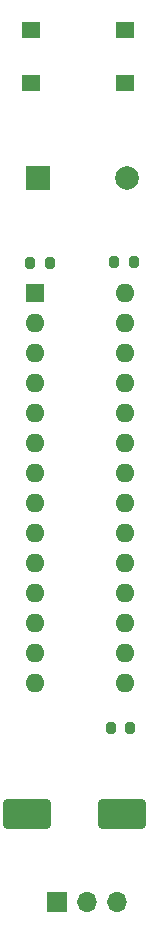
<source format=gbr>
%TF.GenerationSoftware,KiCad,Pcbnew,(5.99.0-11163-g08fb05e522)*%
%TF.CreationDate,2021-06-27T20:24:36-07:00*%
%TF.ProjectId,MeditationLamp,4d656469-7461-4746-996f-6e4c616d702e,rev?*%
%TF.SameCoordinates,Original*%
%TF.FileFunction,Soldermask,Top*%
%TF.FilePolarity,Negative*%
%FSLAX46Y46*%
G04 Gerber Fmt 4.6, Leading zero omitted, Abs format (unit mm)*
G04 Created by KiCad (PCBNEW (5.99.0-11163-g08fb05e522)) date 2021-06-27 20:24:36*
%MOMM*%
%LPD*%
G01*
G04 APERTURE LIST*
G04 Aperture macros list*
%AMRoundRect*
0 Rectangle with rounded corners*
0 $1 Rounding radius*
0 $2 $3 $4 $5 $6 $7 $8 $9 X,Y pos of 4 corners*
0 Add a 4 corners polygon primitive as box body*
4,1,4,$2,$3,$4,$5,$6,$7,$8,$9,$2,$3,0*
0 Add four circle primitives for the rounded corners*
1,1,$1+$1,$2,$3*
1,1,$1+$1,$4,$5*
1,1,$1+$1,$6,$7*
1,1,$1+$1,$8,$9*
0 Add four rect primitives between the rounded corners*
20,1,$1+$1,$2,$3,$4,$5,0*
20,1,$1+$1,$4,$5,$6,$7,0*
20,1,$1+$1,$6,$7,$8,$9,0*
20,1,$1+$1,$8,$9,$2,$3,0*%
G04 Aperture macros list end*
%ADD10R,1.600000X1.600000*%
%ADD11O,1.600000X1.600000*%
%ADD12R,1.600000X1.400000*%
%ADD13RoundRect,0.200000X-0.200000X-0.275000X0.200000X-0.275000X0.200000X0.275000X-0.200000X0.275000X0*%
%ADD14R,1.700000X1.700000*%
%ADD15O,1.700000X1.700000*%
%ADD16RoundRect,0.250000X-1.750000X-1.000000X1.750000X-1.000000X1.750000X1.000000X-1.750000X1.000000X0*%
%ADD17R,2.000000X2.000000*%
%ADD18C,2.000000*%
G04 APERTURE END LIST*
D10*
%TO.C,U1*%
X113395600Y-72425400D03*
D11*
X121015600Y-105445400D03*
X113395600Y-74965400D03*
X121015600Y-102905400D03*
X113395600Y-77505400D03*
X121015600Y-100365400D03*
X113395600Y-80045400D03*
X121015600Y-97825400D03*
X113395600Y-82585400D03*
X121015600Y-95285400D03*
X113395600Y-85125400D03*
X121015600Y-92745400D03*
X113395600Y-87665400D03*
X121015600Y-90205400D03*
X113395600Y-90205400D03*
X121015600Y-87665400D03*
X113395600Y-92745400D03*
X121015600Y-85125400D03*
X113395600Y-95285400D03*
X121015600Y-82585400D03*
X113395600Y-97825400D03*
X121015600Y-80045400D03*
X113395600Y-100365400D03*
X121015600Y-77505400D03*
X113395600Y-102905400D03*
X121015600Y-74965400D03*
X113395600Y-105445400D03*
X121015600Y-72425400D03*
%TD*%
D12*
%TO.C,SW1*%
X113060300Y-54650200D03*
X121060300Y-54650200D03*
X113060300Y-50150200D03*
X121060300Y-50150200D03*
%TD*%
D13*
%TO.C,R3*%
X120104400Y-69723000D03*
X121754400Y-69723000D03*
%TD*%
%TO.C,R2*%
X119799600Y-109245400D03*
X121449600Y-109245400D03*
%TD*%
%TO.C,R1*%
X114654600Y-69850000D03*
X113004600Y-69850000D03*
%TD*%
D14*
%TO.C,J1*%
X115305600Y-123926600D03*
D15*
X117845600Y-123926600D03*
X120385600Y-123926600D03*
%TD*%
D16*
%TO.C,C1*%
X120738400Y-116459000D03*
X112738400Y-116459000D03*
%TD*%
D17*
%TO.C,BZ1*%
X113624200Y-62687200D03*
D18*
X121224200Y-62687200D03*
%TD*%
M02*

</source>
